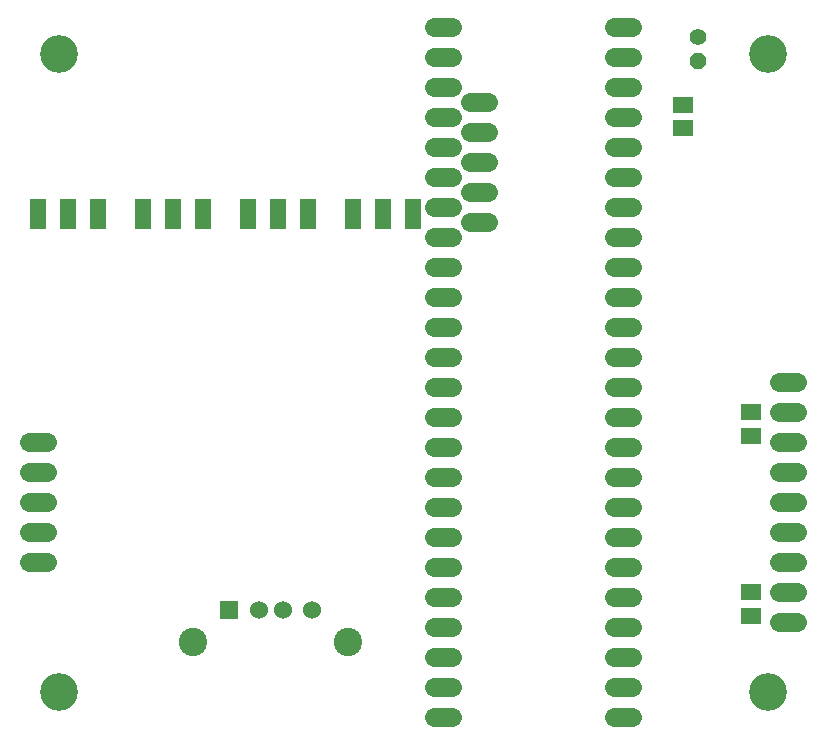
<source format=gbr>
G04 EAGLE Gerber RS-274X export*
G75*
%MOMM*%
%FSLAX34Y34*%
%LPD*%
%INSoldermask Top*%
%IPPOS*%
%AMOC8*
5,1,8,0,0,1.08239X$1,22.5*%
G01*
%ADD10C,3.201600*%
%ADD11P,1.539592X8X292.500000*%
%ADD12C,1.422400*%
%ADD13C,1.625600*%
%ADD14R,1.371600X2.641600*%
%ADD15R,1.701600X1.401600*%
%ADD16R,1.529600X1.529600*%
%ADD17C,1.529600*%
%ADD18C,2.401600*%


D10*
X42900Y40000D03*
X642900Y40000D03*
X42900Y580000D03*
X642900Y580000D03*
D11*
X584200Y574040D03*
D12*
X584200Y594360D03*
D13*
X375920Y603250D02*
X360680Y603250D01*
X360680Y577850D02*
X375920Y577850D01*
X375920Y552450D02*
X360680Y552450D01*
X360680Y527050D02*
X375920Y527050D01*
X375920Y501650D02*
X360680Y501650D01*
X360680Y476250D02*
X375920Y476250D01*
X375920Y450850D02*
X360680Y450850D01*
X360680Y425450D02*
X375920Y425450D01*
X375920Y400050D02*
X360680Y400050D01*
X360680Y374650D02*
X375920Y374650D01*
X375920Y349250D02*
X360680Y349250D01*
X360680Y323850D02*
X375920Y323850D01*
X375920Y298450D02*
X360680Y298450D01*
X360680Y273050D02*
X375920Y273050D01*
X375920Y247650D02*
X360680Y247650D01*
X360680Y222250D02*
X375920Y222250D01*
X375920Y196850D02*
X360680Y196850D01*
X360680Y171450D02*
X375920Y171450D01*
X375920Y146050D02*
X360680Y146050D01*
X360680Y120650D02*
X375920Y120650D01*
X375920Y95250D02*
X360680Y95250D01*
X360680Y69850D02*
X375920Y69850D01*
X375920Y44450D02*
X360680Y44450D01*
X360680Y19050D02*
X375920Y19050D01*
X513080Y603250D02*
X528320Y603250D01*
X528320Y577850D02*
X513080Y577850D01*
X513080Y552450D02*
X528320Y552450D01*
X528320Y527050D02*
X513080Y527050D01*
X513080Y501650D02*
X528320Y501650D01*
X528320Y476250D02*
X513080Y476250D01*
X513080Y450850D02*
X528320Y450850D01*
X528320Y425450D02*
X513080Y425450D01*
X513080Y400050D02*
X528320Y400050D01*
X528320Y374650D02*
X513080Y374650D01*
X513080Y349250D02*
X528320Y349250D01*
X528320Y323850D02*
X513080Y323850D01*
X513080Y298450D02*
X528320Y298450D01*
X528320Y273050D02*
X513080Y273050D01*
X513080Y247650D02*
X528320Y247650D01*
X528320Y222250D02*
X513080Y222250D01*
X513080Y196850D02*
X528320Y196850D01*
X528320Y171450D02*
X513080Y171450D01*
X513080Y146050D02*
X528320Y146050D01*
X528320Y120650D02*
X513080Y120650D01*
X513080Y95250D02*
X528320Y95250D01*
X528320Y69850D02*
X513080Y69850D01*
X513080Y44450D02*
X528320Y44450D01*
X528320Y19050D02*
X513080Y19050D01*
X33020Y251300D02*
X17780Y251300D01*
X17780Y225900D02*
X33020Y225900D01*
X33020Y200500D02*
X17780Y200500D01*
X17780Y175100D02*
X33020Y175100D01*
X33020Y149700D02*
X17780Y149700D01*
D14*
X25400Y444500D03*
X292100Y444500D03*
X317500Y444500D03*
X342900Y444500D03*
X50800Y444500D03*
X76200Y444500D03*
X114300Y444500D03*
X139700Y444500D03*
X165100Y444500D03*
X203200Y444500D03*
X228600Y444500D03*
X254000Y444500D03*
D13*
X652780Y98900D02*
X668020Y98900D01*
X668020Y124300D02*
X652780Y124300D01*
X652780Y149700D02*
X668020Y149700D01*
X668020Y175100D02*
X652780Y175100D01*
X652780Y200500D02*
X668020Y200500D01*
X668020Y225900D02*
X652780Y225900D01*
X652780Y251300D02*
X668020Y251300D01*
X668020Y276700D02*
X652780Y276700D01*
X652780Y302100D02*
X668020Y302100D01*
D15*
X628650Y276700D03*
X628650Y256700D03*
X628650Y104300D03*
X628650Y124300D03*
X571500Y537050D03*
X571500Y517050D03*
D13*
X406420Y539750D02*
X391180Y539750D01*
X391180Y514350D02*
X406420Y514350D01*
X406420Y488950D02*
X391180Y488950D01*
X391180Y463550D02*
X406420Y463550D01*
X406420Y438150D02*
X391180Y438150D01*
D16*
X187250Y109550D03*
D17*
X212250Y109550D03*
X232250Y109550D03*
X257250Y109550D03*
D18*
X156550Y82450D03*
X287950Y82450D03*
M02*

</source>
